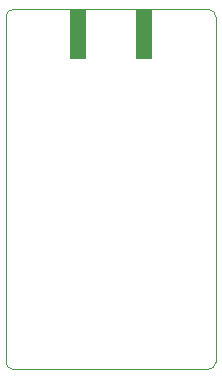
<source format=gbr>
%TF.GenerationSoftware,KiCad,Pcbnew,5.1.5+dfsg1-2~bpo10+1*%
%TF.CreationDate,Date%
%TF.ProjectId,ProMicro_LORA,50726f4d-6963-4726-9f5f-4c4f52412e6b,v1.1*%
%TF.SameCoordinates,Original*%
%TF.FileFunction,Paste,Bot*%
%TF.FilePolarity,Positive*%
%FSLAX45Y45*%
G04 Gerber Fmt 4.5, Leading zero omitted, Abs format (unit mm)*
G04 Created by KiCad*
%MOMM*%
%LPD*%
G04 APERTURE LIST*
%ADD10C,0.100000*%
%ADD11R,1.350000X4.200000*%
G04 APERTURE END LIST*
D10*
X-127000Y2857500D02*
X-127000Y-63500D01*
X1651000Y2857500D02*
X1651000Y-63500D01*
X-127000Y2857500D02*
G75*
G02X-63500Y2921000I63500J0D01*
G01*
X1587500Y2921000D02*
G75*
G02X1651000Y2857500I0J-63500D01*
G01*
X-63500Y2921000D02*
X1587500Y2921000D01*
X1651000Y-63500D02*
G75*
G02X1587500Y-127000I-63500J0D01*
G01*
X-63500Y-127000D02*
G75*
G02X-127000Y-63500I0J63500D01*
G01*
X1587500Y-127000D02*
X-63500Y-127000D01*
D11*
X479500Y2710500D03*
X1044500Y2710500D03*
M02*

</source>
